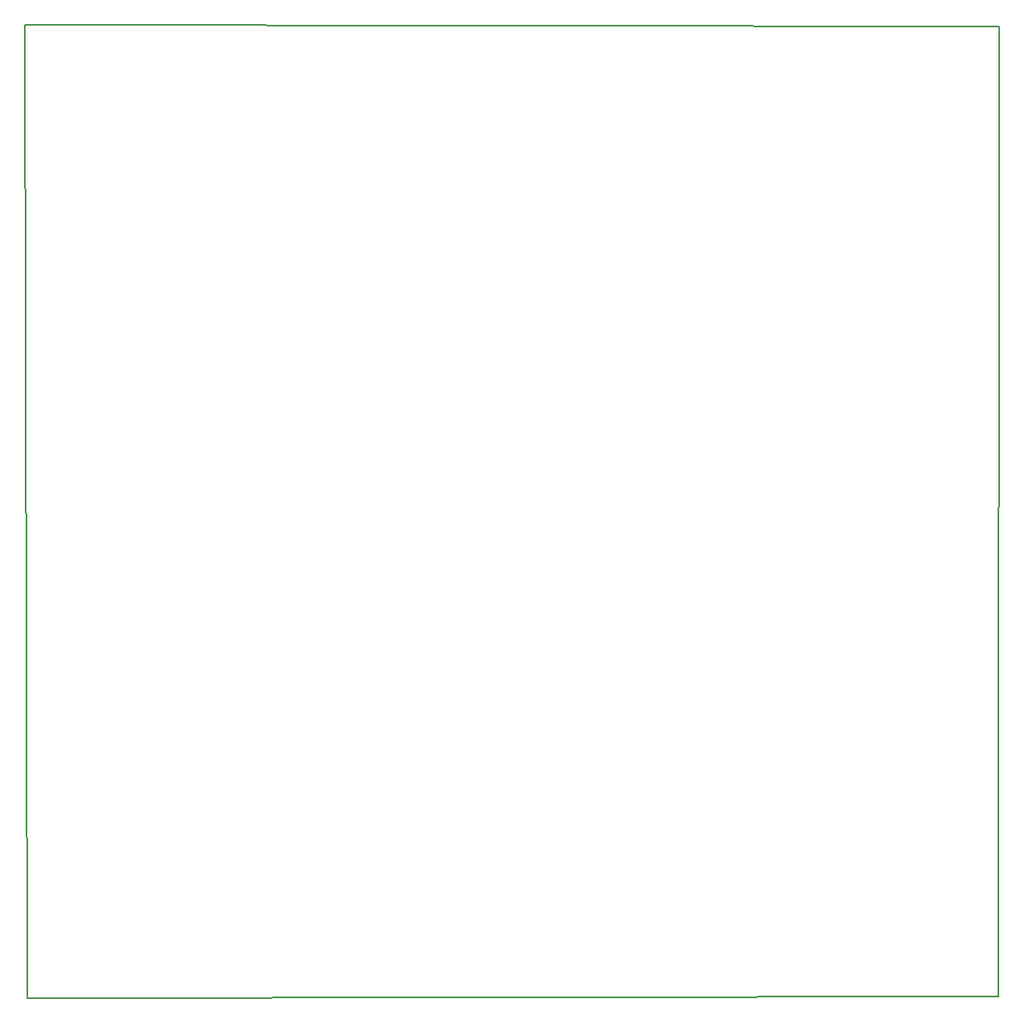
<source format=gbr>
G04 #@! TF.FileFunction,Profile,NP*
%FSLAX46Y46*%
G04 Gerber Fmt 4.6, Leading zero omitted, Abs format (unit mm)*
G04 Created by KiCad (PCBNEW 4.0.7-e2-6376~58~ubuntu16.04.1) date Fri Feb 16 09:21:29 2018*
%MOMM*%
%LPD*%
G01*
G04 APERTURE LIST*
%ADD10C,0.100000*%
%ADD11C,0.150000*%
G04 APERTURE END LIST*
D10*
D11*
X26695400Y-132054600D02*
X26441400Y-32486600D01*
X125958600Y-131876800D02*
X26695400Y-132054600D01*
X126060200Y-32689800D02*
X125958600Y-131876800D01*
X26441400Y-32486600D02*
X126060200Y-32689800D01*
M02*

</source>
